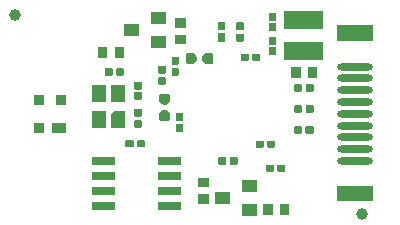
<source format=gbp>
G04 Layer: BottomPasteMaskLayer*
G04 EasyEDA Pro v1.8.39, 2022-10-27 11:15:30*
G04 Gerber Generator version 0.3*
G04 Scale: 100 percent, Rotated: No, Reflected: No*
G04 Dimensions in millimeters*
G04 Leading zeros omitted, absolute positions, 3 integers and 3 decimals*
%FSLAX33Y33*%
%MOMM*%
%ADD10C,0.0254*%
%ADD11C,1.00076*%
%ADD12O,2.999999X0.599999*%
G75*


G04 PolygonModel Start*
G36*
G01X11495Y7337D02*
G01X11495Y6887D01*
G01X11565Y6837D01*
G01X12045D01*
G01X12095Y6887D01*
G01Y7337D01*
G01X12045Y7387D01*
G01X11565D01*
G01X11495Y7337D01*
G37*
G54D10*
G01X11495Y7337D02*
G01X11495Y6887D01*
G01X11565Y6837D01*
G01X12045D01*
G01X12095Y6887D01*
G01Y7337D01*
G01X12045Y7387D01*
G01X11565D01*
G01X11495Y7337D01*
G36*
G01X10535Y7337D02*
G01X10535Y6887D01*
G01X10585Y6837D01*
G01X11065D01*
G01X11135Y6887D01*
G01Y7337D01*
G01X11065Y7387D01*
G01X10585D01*
G01X10535Y7337D01*
G37*
G01X10535Y7337D02*
G01X10535Y6887D01*
G01X10585Y6837D01*
G01X11065D01*
G01X11135Y6887D01*
G01Y7337D01*
G01X11065Y7387D01*
G01X10585D01*
G01X10535Y7337D01*
G36*
G01X23166Y17264D02*
G01X22706Y17264D01*
G01X22666Y17224D01*
G01Y16723D01*
G01X22706Y16683D01*
G01X23166D01*
G01X23206Y16723D01*
G01Y17224D01*
G01X23166Y17264D01*
G37*
G01X23166Y17264D02*
G01X22706Y17264D01*
G01X22666Y17224D01*
G01Y16723D01*
G01X22706Y16683D01*
G01X23166D01*
G01X23206Y16723D01*
G01Y17224D01*
G01X23166Y17264D01*
G36*
G01X23166Y17534D02*
G01X22706Y17534D01*
G01X22666Y17574D01*
G01Y18075D01*
G01X22706Y18115D01*
G01X23166D01*
G01X23206Y18075D01*
G01Y17574D01*
G01X23166Y17534D01*
G37*
G01X23166Y17534D02*
G01X22706Y17534D01*
G01X22666Y17574D01*
G01Y18075D01*
G01X22706Y18115D01*
G01X23166D01*
G01X23206Y18075D01*
G01Y17574D01*
G01X23166Y17534D01*
G36*
G01X23166Y15232D02*
G01X22706Y15232D01*
G01X22666Y15192D01*
G01Y14691D01*
G01X22706Y14651D01*
G01X23166D01*
G01X23206Y14691D01*
G01Y15192D01*
G01X23166Y15232D01*
G37*
G01X23166Y15232D02*
G01X22706Y15232D01*
G01X22666Y15192D01*
G01Y14691D01*
G01X22706Y14651D01*
G01X23166D01*
G01X23206Y14691D01*
G01Y15192D01*
G01X23166Y15232D01*
G36*
G01X23166Y15502D02*
G01X22706Y15502D01*
G01X22666Y15542D01*
G01Y16043D01*
G01X22706Y16083D01*
G01X23166D01*
G01X23206Y16043D01*
G01Y15542D01*
G01X23166Y15502D01*
G37*
G01X23166Y15502D02*
G01X22706Y15502D01*
G01X22666Y15542D01*
G01Y16043D01*
G01X22706Y16083D01*
G01X23166D01*
G01X23206Y16043D01*
G01Y15542D01*
G01X23166Y15502D01*
G36*
G01X13364Y13083D02*
G01X13814Y13083D01*
G01X13864Y13153D01*
G01Y13633D01*
G01X13814Y13683D01*
G01X13364D01*
G01X13314Y13633D01*
G01Y13153D01*
G01X13364Y13083D01*
G37*
G01X13364Y13083D02*
G01X13814Y13083D01*
G01X13864Y13153D01*
G01Y13633D01*
G01X13814Y13683D01*
G01X13364D01*
G01X13314Y13633D01*
G01Y13153D01*
G01X13364Y13083D01*
G36*
G01X13364Y12123D02*
G01X13814Y12123D01*
G01X13864Y12173D01*
G01Y12653D01*
G01X13814Y12723D01*
G01X13364D01*
G01X13314Y12653D01*
G01Y12173D01*
G01X13364Y12123D01*
G37*
G01X13364Y12123D02*
G01X13814Y12123D01*
G01X13864Y12173D01*
G01Y12653D01*
G01X13814Y12723D01*
G01X13364D01*
G01X13314Y12653D01*
G01Y12173D01*
G01X13364Y12123D01*
G36*
G01X25772Y8480D02*
G01X25772Y8030D01*
G01X25842Y7980D01*
G01X26322D01*
G01X26372Y8030D01*
G01Y8480D01*
G01X26322Y8530D01*
G01X25842D01*
G01X25772Y8480D01*
G37*
G01X25772Y8480D02*
G01X25772Y8030D01*
G01X25842Y7980D01*
G01X26322D01*
G01X26372Y8030D01*
G01Y8480D01*
G01X26322Y8530D01*
G01X25842D01*
G01X25772Y8480D01*
G36*
G01X24812Y8480D02*
G01X24812Y8030D01*
G01X24862Y7980D01*
G01X25342D01*
G01X25412Y8030D01*
G01Y8480D01*
G01X25342Y8530D01*
G01X24862D01*
G01X24812Y8480D01*
G37*
G01X24812Y8480D02*
G01X24812Y8030D01*
G01X24862Y7980D01*
G01X25342D01*
G01X25412Y8030D01*
G01Y8480D01*
G01X25342Y8530D01*
G01X24862D01*
G01X24812Y8480D01*
G36*
G01X25783Y12036D02*
G01X25783Y11586D01*
G01X25853Y11536D01*
G01X26333D01*
G01X26383Y11586D01*
G01Y12036D01*
G01X26333Y12086D01*
G01X25853D01*
G01X25783Y12036D01*
G37*
G01X25783Y12036D02*
G01X25783Y11586D01*
G01X25853Y11536D01*
G01X26333D01*
G01X26383Y11586D01*
G01Y12036D01*
G01X26333Y12086D01*
G01X25853D01*
G01X25783Y12036D01*
G36*
G01X24823Y12036D02*
G01X24823Y11586D01*
G01X24873Y11536D01*
G01X25353D01*
G01X25423Y11586D01*
G01Y12036D01*
G01X25353Y12086D01*
G01X24873D01*
G01X24823Y12036D01*
G37*
G01X24823Y12036D02*
G01X24823Y11586D01*
G01X24873Y11536D01*
G01X25353D01*
G01X25423Y11586D01*
G01Y12036D01*
G01X25353Y12086D01*
G01X24873D01*
G01X24823Y12036D01*
G36*
G01X15287Y8710D02*
G01X14837Y8710D01*
G01X14787Y8640D01*
G01Y8160D01*
G01X14837Y8110D01*
G01X15287D01*
G01X15337Y8160D01*
G01Y8640D01*
G01X15287Y8710D01*
G37*
G01X15287Y8710D02*
G01X14837Y8710D01*
G01X14787Y8640D01*
G01Y8160D01*
G01X14837Y8110D01*
G01X15287D01*
G01X15337Y8160D01*
G01Y8640D01*
G01X15287Y8710D01*
G36*
G01X15287Y9670D02*
G01X14837Y9670D01*
G01X14787Y9620D01*
G01Y9140D01*
G01X14837Y9070D01*
G01X15287D01*
G01X15337Y9140D01*
G01Y9620D01*
G01X15287Y9670D01*
G37*
G01X15287Y9670D02*
G01X14837Y9670D01*
G01X14787Y9620D01*
G01Y9140D01*
G01X14837Y9070D01*
G01X15287D01*
G01X15337Y9140D01*
G01Y9620D01*
G01X15287Y9670D01*
G36*
G01X25423Y9833D02*
G01X25423Y10283D01*
G01X25353Y10333D01*
G01X24873D01*
G01X24823Y10283D01*
G01Y9833D01*
G01X24873Y9783D01*
G01X25353D01*
G01X25423Y9833D01*
G37*
G01X25423Y9833D02*
G01X25423Y10283D01*
G01X25353Y10333D01*
G01X24873D01*
G01X24823Y10283D01*
G01Y9833D01*
G01X24873Y9783D01*
G01X25353D01*
G01X25423Y9833D01*
G36*
G01X26383Y9833D02*
G01X26383Y10283D01*
G01X26333Y10333D01*
G01X25853D01*
G01X25783Y10283D01*
G01Y9833D01*
G01X25853Y9783D01*
G01X26333D01*
G01X26383Y9833D01*
G37*
G01X26383Y9833D02*
G01X26383Y10283D01*
G01X26333Y10333D01*
G01X25853D01*
G01X25783Y10283D01*
G01Y9833D01*
G01X25853Y9783D01*
G01X26333D01*
G01X26383Y9833D01*
G36*
G01X14932Y13485D02*
G01X14482Y13485D01*
G01X14432Y13415D01*
G01Y12935D01*
G01X14482Y12885D01*
G01X14932D01*
G01X14982Y12935D01*
G01Y13415D01*
G01X14932Y13485D01*
G37*
G01X14932Y13485D02*
G01X14482Y13485D01*
G01X14432Y13415D01*
G01Y12935D01*
G01X14482Y12885D01*
G01X14932D01*
G01X14982Y12935D01*
G01Y13415D01*
G01X14932Y13485D01*
G36*
G01X14932Y14445D02*
G01X14482Y14445D01*
G01X14432Y14395D01*
G01Y13915D01*
G01X14482Y13845D01*
G01X14932D01*
G01X14982Y13915D01*
G01Y14395D01*
G01X14932Y14445D01*
G37*
G01X14932Y14445D02*
G01X14482Y14445D01*
G01X14432Y14395D01*
G01Y13915D01*
G01X14482Y13845D01*
G01X14932D01*
G01X14982Y13915D01*
G01Y14395D01*
G01X14932Y14445D01*
G36*
G01X20902Y14202D02*
G01X20902Y14652D01*
G01X20832Y14702D01*
G01X20352D01*
G01X20302Y14652D01*
G01Y14202D01*
G01X20352Y14152D01*
G01X20832D01*
G01X20902Y14202D01*
G37*
G01X20902Y14202D02*
G01X20902Y14652D01*
G01X20832Y14702D01*
G01X20352D01*
G01X20302Y14652D01*
G01Y14202D01*
G01X20352Y14152D01*
G01X20832D01*
G01X20902Y14202D01*
G36*
G01X21862Y14202D02*
G01X21862Y14652D01*
G01X21812Y14702D01*
G01X21332D01*
G01X21262Y14652D01*
G01Y14202D01*
G01X21332Y14152D01*
G01X21812D01*
G01X21862Y14202D01*
G37*
G01X21862Y14202D02*
G01X21862Y14652D01*
G01X21812Y14702D01*
G01X21332D01*
G01X21262Y14652D01*
G01Y14202D01*
G01X21332Y14152D01*
G01X21812D01*
G01X21862Y14202D01*
G36*
G01X19357Y5889D02*
G01X19357Y5439D01*
G01X19427Y5389D01*
G01X19907D01*
G01X19957Y5439D01*
G01Y5889D01*
G01X19907Y5939D01*
G01X19427D01*
G01X19357Y5889D01*
G37*
G01X19357Y5889D02*
G01X19357Y5439D01*
G01X19427Y5389D01*
G01X19907D01*
G01X19957Y5439D01*
G01Y5889D01*
G01X19907Y5939D01*
G01X19427D01*
G01X19357Y5889D01*
G36*
G01X18397Y5889D02*
G01X18397Y5439D01*
G01X18447Y5389D01*
G01X18927D01*
G01X18997Y5439D01*
G01Y5889D01*
G01X18927Y5939D01*
G01X18447D01*
G01X18397Y5889D01*
G37*
G01X18397Y5889D02*
G01X18397Y5439D01*
G01X18447Y5389D01*
G01X18927D01*
G01X18997Y5439D01*
G01Y5889D01*
G01X18927Y5939D01*
G01X18447D01*
G01X18397Y5889D01*
G36*
G01X19968Y16753D02*
G01X20418Y16753D01*
G01X20468Y16822D01*
G01Y17303D01*
G01X20418Y17353D01*
G01X19968D01*
G01X19918Y17303D01*
G01Y16822D01*
G01X19968Y16753D01*
G37*
G01X19968Y16753D02*
G01X20418Y16753D01*
G01X20468Y16822D01*
G01Y17303D01*
G01X20418Y17353D01*
G01X19968D01*
G01X19918Y17303D01*
G01Y16822D01*
G01X19968Y16753D01*
G36*
G01X19968Y15793D02*
G01X20418Y15793D01*
G01X20468Y15843D01*
G01Y16322D01*
G01X20418Y16392D01*
G01X19968D01*
G01X19918Y16322D01*
G01Y15843D01*
G01X19968Y15793D01*
G37*
G01X19968Y15793D02*
G01X20418Y15793D01*
G01X20468Y15843D01*
G01Y16322D01*
G01X20418Y16392D01*
G01X19968D01*
G01X19918Y16322D01*
G01Y15843D01*
G01X19968Y15793D01*
G36*
G01X18393Y16766D02*
G01X18843Y16766D01*
G01X18893Y16836D01*
G01Y17316D01*
G01X18843Y17366D01*
G01X18393D01*
G01X18343Y17316D01*
G01Y16836D01*
G01X18393Y16766D01*
G37*
G01X18393Y16766D02*
G01X18843Y16766D01*
G01X18893Y16836D01*
G01Y17316D01*
G01X18843Y17366D01*
G01X18393D01*
G01X18343Y17316D01*
G01Y16836D01*
G01X18393Y16766D01*
G36*
G01X18393Y15806D02*
G01X18843Y15806D01*
G01X18893Y15856D01*
G01Y16336D01*
G01X18843Y16406D01*
G01X18393D01*
G01X18343Y16336D01*
G01Y15856D01*
G01X18393Y15806D01*
G37*
G01X18393Y15806D02*
G01X18843Y15806D01*
G01X18893Y15856D01*
G01Y16336D01*
G01X18843Y16406D01*
G01X18393D01*
G01X18343Y16336D01*
G01Y15856D01*
G01X18393Y15806D01*
G36*
G01X11787Y11447D02*
G01X11327Y11447D01*
G01X11287Y11407D01*
G01Y10907D01*
G01X11327Y10867D01*
G01X11787D01*
G01X11827Y10907D01*
G01Y11407D01*
G01X11787Y11447D01*
G37*
G01X11787Y11447D02*
G01X11327Y11447D01*
G01X11287Y11407D01*
G01Y10907D01*
G01X11327Y10867D01*
G01X11787D01*
G01X11827Y10907D01*
G01Y11407D01*
G01X11787Y11447D01*
G36*
G01X11787Y11717D02*
G01X11327Y11717D01*
G01X11287Y11757D01*
G01Y12258D01*
G01X11327Y12298D01*
G01X11787D01*
G01X11827Y12258D01*
G01Y11757D01*
G01X11787Y11717D01*
G37*
G01X11787Y11717D02*
G01X11327Y11717D01*
G01X11287Y11757D01*
G01Y12258D01*
G01X11327Y12298D01*
G01X11787D01*
G01X11827Y12258D01*
G01Y11757D01*
G01X11787Y11717D01*
G36*
G01X13935Y9934D02*
G01X13659Y9934D01*
G01X13365Y9660D01*
G01Y9156D01*
G01X13429Y9092D01*
G01X14165D01*
G01X14229Y9156D01*
G01Y9660D01*
G01X13935Y9934D01*
G37*
G01X13935Y9934D02*
G01X13659Y9934D01*
G01X13365Y9660D01*
G01Y9156D01*
G01X13429Y9092D01*
G01X14165D01*
G01X14229Y9156D01*
G01Y9660D01*
G01X13935Y9934D01*
G36*
G01X13946Y10449D02*
G01X13670Y10449D01*
G01X13376Y10724D01*
G01Y11227D01*
G01X13440Y11291D01*
G01X14176D01*
G01X14240Y11227D01*
G01Y10724D01*
G01X13946Y10449D01*
G37*
G01X13946Y10449D02*
G01X13670Y10449D01*
G01X13376Y10724D01*
G01Y11227D01*
G01X13440Y11291D01*
G01X14176D01*
G01X14240Y11227D01*
G01Y10724D01*
G01X13946Y10449D01*
G36*
G01X17016Y14443D02*
G01X17016Y14167D01*
G01X17290Y13873D01*
G01X17793D01*
G01X17857Y13937D01*
G01Y14673D01*
G01X17793Y14737D01*
G01X17290D01*
G01X17016Y14443D01*
G37*
G01X17016Y14443D02*
G01X17016Y14167D01*
G01X17290Y13873D01*
G01X17793D01*
G01X17857Y13937D01*
G01Y14673D01*
G01X17793Y14737D01*
G01X17290D01*
G01X17016Y14443D01*
G36*
G01X16500Y14454D02*
G01X16500Y14178D01*
G01X16226Y13884D01*
G01X15722D01*
G01X15658Y13948D01*
G01Y14684D01*
G01X15722Y14748D01*
G01X16226D01*
G01X16500Y14454D01*
G37*
G01X16500Y14454D02*
G01X16500Y14178D01*
G01X16226Y13884D01*
G01X15722D01*
G01X15658Y13948D01*
G01Y14684D01*
G01X15722Y14748D01*
G01X16226D01*
G01X16500Y14454D01*
G36*
G01X22507Y7286D02*
G01X22507Y6836D01*
G01X22577Y6786D01*
G01X23057D01*
G01X23107Y6836D01*
G01Y7286D01*
G01X23057Y7336D01*
G01X22577D01*
G01X22507Y7286D01*
G37*
G01X22507Y7286D02*
G01X22507Y6836D01*
G01X22577Y6786D01*
G01X23057D01*
G01X23107Y6836D01*
G01Y7286D01*
G01X23057Y7336D01*
G01X22577D01*
G01X22507Y7286D01*
G36*
G01X21547Y7286D02*
G01X21547Y6836D01*
G01X21597Y6786D01*
G01X22077D01*
G01X22147Y6836D01*
G01Y7286D01*
G01X22077Y7336D01*
G01X21597D01*
G01X21547Y7286D01*
G37*
G01X21547Y7286D02*
G01X21547Y6836D01*
G01X21597Y6786D01*
G01X22077D01*
G01X22147Y6836D01*
G01Y7286D01*
G01X22077Y7336D01*
G01X21597D01*
G01X21547Y7286D01*
G36*
G01X11782Y9091D02*
G01X11332Y9091D01*
G01X11282Y9021D01*
G01Y8541D01*
G01X11332Y8491D01*
G01X11782D01*
G01X11832Y8541D01*
G01Y9021D01*
G01X11782Y9091D01*
G37*
G01X11782Y9091D02*
G01X11332Y9091D01*
G01X11282Y9021D01*
G01Y8541D01*
G01X11332Y8491D01*
G01X11782D01*
G01X11832Y8541D01*
G01Y9021D01*
G01X11782Y9091D01*
G36*
G01X11782Y10051D02*
G01X11332Y10051D01*
G01X11282Y10001D01*
G01Y9521D01*
G01X11332Y9451D01*
G01X11782D01*
G01X11832Y9521D01*
G01Y10001D01*
G01X11782Y10051D01*
G37*
G01X11782Y10051D02*
G01X11332Y10051D01*
G01X11282Y10001D01*
G01Y9521D01*
G01X11332Y9451D01*
G01X11782D01*
G01X11832Y9521D01*
G01Y10001D01*
G01X11782Y10051D01*
G36*
G01X23396Y5254D02*
G01X23396Y4804D01*
G01X23466Y4754D01*
G01X23946D01*
G01X23996Y4804D01*
G01Y5254D01*
G01X23946Y5304D01*
G01X23466D01*
G01X23396Y5254D01*
G37*
G01X23396Y5254D02*
G01X23396Y4804D01*
G01X23466Y4754D01*
G01X23946D01*
G01X23996Y4804D01*
G01Y5254D01*
G01X23946Y5304D01*
G01X23466D01*
G01X23396Y5254D01*
G36*
G01X22436Y5254D02*
G01X22436Y4804D01*
G01X22486Y4754D01*
G01X22966D01*
G01X23036Y4804D01*
G01Y5254D01*
G01X22966Y5304D01*
G01X22486D01*
G01X22436Y5254D01*
G37*
G01X22436Y5254D02*
G01X22436Y4804D01*
G01X22486Y4754D01*
G01X22966D01*
G01X23036Y4804D01*
G01Y5254D01*
G01X22966Y5304D01*
G01X22486D01*
G01X22436Y5254D01*
G36*
G01X9370Y12958D02*
G01X9370Y13408D01*
G01X9300Y13458D01*
G01X8820D01*
G01X8770Y13408D01*
G01Y12958D01*
G01X8820Y12908D01*
G01X9300D01*
G01X9370Y12958D01*
G37*
G01X9370Y12958D02*
G01X9370Y13408D01*
G01X9300Y13458D01*
G01X8820D01*
G01X8770Y13408D01*
G01Y12958D01*
G01X8820Y12908D01*
G01X9300D01*
G01X9370Y12958D01*
G36*
G01X10330Y12958D02*
G01X10330Y13408D01*
G01X10280Y13458D01*
G01X9800D01*
G01X9730Y13408D01*
G01Y12958D01*
G01X9800Y12908D01*
G01X10280D01*
G01X10330Y12958D01*
G37*
G01X10330Y12958D02*
G01X10330Y13408D01*
G01X10280Y13458D01*
G01X9800D01*
G01X9730Y13408D01*
G01Y12958D01*
G01X9800Y12908D01*
G01X10280D01*
G01X10330Y12958D01*
G04 PolygonModel End*

G04 Pad Start*
G36*
G01X9639Y2121D02*
G01X7734Y2121D01*
G01Y1486D01*
G01X9639D01*
G01Y2121D01*
G37*
G36*
G01X9639Y3391D02*
G01X7734Y3391D01*
G01Y2756D01*
G01X9639D01*
G01Y3391D01*
G37*
G36*
G01X9639Y4661D02*
G01X7734Y4661D01*
G01Y4026D01*
G01X9639D01*
G01Y4661D01*
G37*
G36*
G01X9639Y5931D02*
G01X7734Y5931D01*
G01Y5296D01*
G01X9639D01*
G01Y5931D01*
G37*
G36*
G01X15227Y5931D02*
G01X13322Y5931D01*
G01Y5296D01*
G01X15227D01*
G01Y5931D01*
G37*
G36*
G01X15227Y4661D02*
G01X13322Y4661D01*
G01Y4026D01*
G01X15227D01*
G01Y4661D01*
G37*
G36*
G01X15227Y3391D02*
G01X13322Y3391D01*
G01Y2756D01*
G01X15227D01*
G01Y3391D01*
G37*
G36*
G01X15227Y2121D02*
G01X13322Y2121D01*
G01Y1486D01*
G01X15227D01*
G01Y2121D01*
G37*
G36*
G01X3609Y10373D02*
G01X3609Y11212D01*
G01X2771D01*
G01Y10373D01*
G01X3609D01*
G37*
G36*
G01X5509Y10373D02*
G01X5509Y11212D01*
G01X4671D01*
G01Y10373D01*
G01X5509D01*
G37*
G36*
G01X3609Y7991D02*
G01X3609Y8829D01*
G01X2771D01*
G01Y7991D01*
G01X3609D01*
G37*
G36*
G01X5487Y7991D02*
G01X5487Y8829D01*
G01X4293D01*
G01Y7991D01*
G01X5487D01*
G37*
G36*
G01X13970Y18186D02*
G01X12700Y18186D01*
G01Y17170D01*
G01X13970D01*
G01Y18186D01*
G37*
G36*
G01X13970Y16154D02*
G01X12700Y16154D01*
G01Y15138D01*
G01X13970D01*
G01Y16154D01*
G37*
G36*
G01X11684Y17170D02*
G01X10414Y17170D01*
G01Y16154D01*
G01X11684D01*
G01Y17170D01*
G37*
G36*
G01X21666Y3988D02*
G01X20396Y3988D01*
G01Y2972D01*
G01X21666D01*
G01Y3988D01*
G37*
G36*
G01X21666Y1956D02*
G01X20396Y1956D01*
G01Y940D01*
G01X21666D01*
G01Y1956D01*
G37*
G36*
G01X19380Y2972D02*
G01X18110Y2972D01*
G01Y1956D01*
G01X19380D01*
G01Y2972D01*
G37*
G54D11*
G01X30556Y1143D03*
G01X1219Y17932D03*
G36*
G01X23918Y16808D02*
G01X27238Y16808D01*
G01Y18310D01*
G01X23918D01*
G01Y16808D01*
G37*
G36*
G01X23918Y14152D02*
G01X27238Y14152D01*
G01Y15653D01*
G01X23918D01*
G01Y14152D01*
G37*
G54D12*
G01X30000Y9600D03*
G01X30000Y5600D03*
G01X30000Y7600D03*
G01X30000Y11600D03*
G01X30000Y13600D03*
G01X30000Y6600D03*
G01X30000Y8600D03*
G01X30000Y10600D03*
G01X30000Y12600D03*
G36*
G01X28476Y2199D02*
G01X31476Y2199D01*
G01Y3499D01*
G01X28476D01*
G01Y2199D01*
G37*
G36*
G01X28463Y15800D02*
G01X31463Y15800D01*
G01Y17100D01*
G01X28463D01*
G01Y15800D01*
G37*
G36*
G01X10493Y12036D02*
G01X9294Y12036D01*
G01Y10636D01*
G01X10493D01*
G01Y12036D01*
G37*
G36*
G01X8893Y9836D02*
G01X7694Y9836D01*
G01Y8437D01*
G01X8893D01*
G01Y9836D01*
G37*
G36*
G01X8893Y12036D02*
G01X7694Y12036D01*
G01Y10636D01*
G01X8893D01*
G01Y12036D01*
G37*
G36*
G01X25354Y12656D02*
G01X25354Y13556D01*
G01X24554D01*
G01Y12656D01*
G01X25354D01*
G37*
G36*
G01X26754Y12656D02*
G01X26754Y13556D01*
G01X25954D01*
G01Y12656D01*
G01X26754D01*
G37*
G36*
G01X15665Y16286D02*
G01X14765Y16286D01*
G01Y15486D01*
G01X15665D01*
G01Y16286D01*
G37*
G36*
G01X15665Y17686D02*
G01X14765Y17686D01*
G01Y16886D01*
G01X15665D01*
G01Y17686D01*
G37*
G36*
G01X23017Y1049D02*
G01X23017Y1949D01*
G01X22217D01*
G01Y1049D01*
G01X23017D01*
G37*
G36*
G01X24417Y1049D02*
G01X24417Y1949D01*
G01X23617D01*
G01Y1049D01*
G01X24417D01*
G37*
G36*
G01X9008Y14358D02*
G01X9008Y15258D01*
G01X8208D01*
G01Y14358D01*
G01X9008D01*
G37*
G36*
G01X10408Y14358D02*
G01X10408Y15258D01*
G01X9608D01*
G01Y14358D01*
G01X10408D01*
G37*
G36*
G01X17570Y2799D02*
G01X16670Y2799D01*
G01Y1999D01*
G01X17570D01*
G01Y2799D01*
G37*
G36*
G01X17570Y4199D02*
G01X16670Y4199D01*
G01Y3399D01*
G01X17570D01*
G01Y4199D01*
G37*
G36*
G01X9294Y8435D02*
G01X9294Y9535D01*
G01X9594Y9835D01*
G01X10493D01*
G01Y8435D01*
G01X9294D01*
G37*
G04 Pad End*

M02*

</source>
